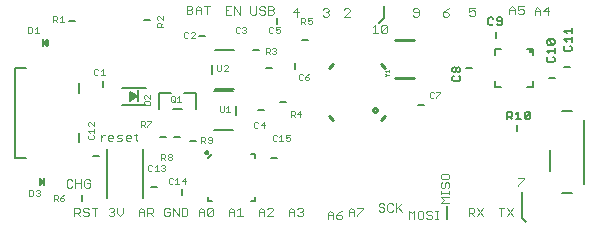
<source format=gbr>
G04 EAGLE Gerber RS-274X export*
G75*
%MOMM*%
%FSLAX34Y34*%
%LPD*%
%INSilkscreen Top*%
%IPPOS*%
%AMOC8*
5,1,8,0,0,1.08239X$1,22.5*%
G01*
%ADD10C,0.101600*%
%ADD11C,0.203200*%
%ADD12R,0.200000X1.000000*%
%ADD13R,0.127000X0.762000*%
%ADD14C,0.127000*%
%ADD15C,0.254000*%
%ADD16C,0.152400*%
%ADD17C,0.150000*%
%ADD18R,0.400000X0.400000*%
%ADD19C,0.220000*%
%ADD20C,0.025400*%

G36*
X95200Y125263D02*
X95200Y125263D01*
X95271Y125261D01*
X95341Y125280D01*
X95412Y125288D01*
X95467Y125313D01*
X95546Y125333D01*
X95649Y125394D01*
X95718Y125425D01*
X98718Y127425D01*
X98805Y127502D01*
X98895Y127575D01*
X98910Y127597D01*
X98930Y127615D01*
X98992Y127712D01*
X99059Y127807D01*
X99067Y127833D01*
X99082Y127855D01*
X99114Y127966D01*
X99152Y128076D01*
X99153Y128103D01*
X99160Y128128D01*
X99160Y128244D01*
X99166Y128360D01*
X99160Y128386D01*
X99160Y128413D01*
X99128Y128524D01*
X99102Y128637D01*
X99089Y128660D01*
X99081Y128686D01*
X99019Y128784D01*
X98963Y128885D01*
X98945Y128901D01*
X98930Y128926D01*
X98722Y129111D01*
X98718Y129115D01*
X95718Y131115D01*
X95654Y131146D01*
X95594Y131186D01*
X95526Y131207D01*
X95462Y131238D01*
X95391Y131250D01*
X95323Y131271D01*
X95252Y131273D01*
X95182Y131285D01*
X95110Y131277D01*
X95039Y131279D01*
X94970Y131261D01*
X94899Y131252D01*
X94833Y131225D01*
X94764Y131207D01*
X94703Y131170D01*
X94637Y131143D01*
X94581Y131098D01*
X94519Y131062D01*
X94470Y131010D01*
X94415Y130965D01*
X94374Y130907D01*
X94325Y130854D01*
X94292Y130791D01*
X94251Y130733D01*
X94228Y130665D01*
X94195Y130601D01*
X94185Y130542D01*
X94158Y130464D01*
X94152Y130345D01*
X94140Y130270D01*
X94140Y126270D01*
X94150Y126199D01*
X94150Y126127D01*
X94170Y126059D01*
X94180Y125989D01*
X94209Y125923D01*
X94229Y125854D01*
X94267Y125794D01*
X94296Y125729D01*
X94342Y125674D01*
X94380Y125614D01*
X94434Y125566D01*
X94480Y125512D01*
X94539Y125472D01*
X94593Y125425D01*
X94657Y125394D01*
X94716Y125355D01*
X94785Y125333D01*
X94849Y125302D01*
X94919Y125290D01*
X94987Y125269D01*
X95059Y125267D01*
X95130Y125255D01*
X95200Y125263D01*
G37*
G36*
X24013Y170058D02*
X24013Y170058D01*
X24042Y170055D01*
X24134Y170075D01*
X24227Y170088D01*
X24254Y170101D01*
X24283Y170107D01*
X24363Y170155D01*
X24447Y170197D01*
X24468Y170218D01*
X24494Y170233D01*
X24555Y170305D01*
X24621Y170371D01*
X24634Y170397D01*
X24654Y170420D01*
X24689Y170507D01*
X24731Y170591D01*
X24735Y170621D01*
X24746Y170648D01*
X24764Y170815D01*
X24764Y175895D01*
X24759Y175924D01*
X24762Y175954D01*
X24740Y176045D01*
X24725Y176138D01*
X24711Y176164D01*
X24704Y176193D01*
X24653Y176272D01*
X24609Y176355D01*
X24588Y176376D01*
X24572Y176401D01*
X24499Y176460D01*
X24431Y176525D01*
X24404Y176537D01*
X24381Y176556D01*
X24293Y176589D01*
X24208Y176628D01*
X24178Y176631D01*
X24151Y176642D01*
X24057Y176645D01*
X23964Y176655D01*
X23934Y176649D01*
X23905Y176650D01*
X23815Y176623D01*
X23723Y176603D01*
X23698Y176588D01*
X23669Y176579D01*
X23527Y176489D01*
X20352Y173949D01*
X20283Y173872D01*
X20210Y173799D01*
X20201Y173782D01*
X20188Y173767D01*
X20146Y173671D01*
X20100Y173579D01*
X20098Y173559D01*
X20090Y173541D01*
X20081Y173438D01*
X20067Y173335D01*
X20071Y173316D01*
X20069Y173296D01*
X20094Y173195D01*
X20113Y173093D01*
X20123Y173076D01*
X20127Y173057D01*
X20183Y172970D01*
X20234Y172879D01*
X20251Y172862D01*
X20259Y172849D01*
X20284Y172829D01*
X20352Y172761D01*
X23527Y170221D01*
X23553Y170206D01*
X23575Y170186D01*
X23660Y170146D01*
X23742Y170100D01*
X23771Y170094D01*
X23798Y170082D01*
X23891Y170072D01*
X23983Y170054D01*
X24013Y170058D01*
G37*
G36*
X17341Y52586D02*
X17341Y52586D01*
X17370Y52585D01*
X17460Y52612D01*
X17552Y52632D01*
X17577Y52647D01*
X17606Y52656D01*
X17748Y52746D01*
X20923Y55286D01*
X20992Y55363D01*
X21065Y55436D01*
X21074Y55454D01*
X21087Y55468D01*
X21129Y55564D01*
X21175Y55656D01*
X21177Y55676D01*
X21185Y55694D01*
X21194Y55797D01*
X21208Y55900D01*
X21204Y55919D01*
X21206Y55939D01*
X21181Y56040D01*
X21162Y56142D01*
X21152Y56159D01*
X21148Y56178D01*
X21092Y56266D01*
X21041Y56356D01*
X21024Y56373D01*
X21016Y56386D01*
X20991Y56406D01*
X20923Y56474D01*
X17748Y59014D01*
X17722Y59029D01*
X17700Y59050D01*
X17615Y59089D01*
X17533Y59135D01*
X17504Y59141D01*
X17477Y59153D01*
X17384Y59163D01*
X17292Y59181D01*
X17262Y59177D01*
X17233Y59180D01*
X17141Y59160D01*
X17048Y59148D01*
X17021Y59134D01*
X16992Y59128D01*
X16912Y59080D01*
X16828Y59038D01*
X16807Y59017D01*
X16781Y59002D01*
X16720Y58930D01*
X16654Y58864D01*
X16641Y58838D01*
X16621Y58815D01*
X16586Y58728D01*
X16544Y58644D01*
X16540Y58614D01*
X16529Y58587D01*
X16511Y58420D01*
X16511Y53340D01*
X16516Y53311D01*
X16513Y53281D01*
X16535Y53190D01*
X16551Y53097D01*
X16564Y53071D01*
X16571Y53042D01*
X16622Y52963D01*
X16666Y52880D01*
X16687Y52859D01*
X16703Y52834D01*
X16776Y52775D01*
X16844Y52711D01*
X16871Y52698D01*
X16894Y52679D01*
X16982Y52646D01*
X17067Y52607D01*
X17097Y52604D01*
X17124Y52593D01*
X17218Y52590D01*
X17311Y52580D01*
X17341Y52586D01*
G37*
D10*
X195737Y204622D02*
X195737Y198690D01*
X196923Y197504D01*
X199296Y197504D01*
X200482Y198690D01*
X200482Y204622D01*
X206780Y204622D02*
X207966Y203436D01*
X206780Y204622D02*
X204407Y204622D01*
X203221Y203436D01*
X203221Y202249D01*
X204407Y201063D01*
X206780Y201063D01*
X207966Y199877D01*
X207966Y198690D01*
X206780Y197504D01*
X204407Y197504D01*
X203221Y198690D01*
X210705Y197504D02*
X210705Y204622D01*
X214264Y204622D01*
X215450Y203436D01*
X215450Y202249D01*
X214264Y201063D01*
X215450Y199877D01*
X215450Y198690D01*
X214264Y197504D01*
X210705Y197504D01*
X210705Y201063D02*
X214264Y201063D01*
X46432Y34042D02*
X46432Y26924D01*
X46432Y34042D02*
X49991Y34042D01*
X51177Y32856D01*
X51177Y30483D01*
X49991Y29297D01*
X46432Y29297D01*
X48804Y29297D02*
X51177Y26924D01*
X57475Y34042D02*
X58661Y32856D01*
X57475Y34042D02*
X55102Y34042D01*
X53916Y32856D01*
X53916Y31669D01*
X55102Y30483D01*
X57475Y30483D01*
X58661Y29297D01*
X58661Y28110D01*
X57475Y26924D01*
X55102Y26924D01*
X53916Y28110D01*
X63773Y26924D02*
X63773Y34042D01*
X66145Y34042D02*
X61400Y34042D01*
X100974Y31669D02*
X100974Y26924D01*
X100974Y31669D02*
X103347Y34042D01*
X105719Y31669D01*
X105719Y26924D01*
X105719Y30483D02*
X100974Y30483D01*
X108458Y26924D02*
X108458Y34042D01*
X112017Y34042D01*
X113203Y32856D01*
X113203Y30483D01*
X112017Y29297D01*
X108458Y29297D01*
X110831Y29297D02*
X113203Y26924D01*
X76760Y34042D02*
X75574Y32856D01*
X76760Y34042D02*
X79133Y34042D01*
X80319Y32856D01*
X80319Y31669D01*
X79133Y30483D01*
X77947Y30483D01*
X79133Y30483D02*
X80319Y29297D01*
X80319Y28110D01*
X79133Y26924D01*
X76760Y26924D01*
X75574Y28110D01*
X83058Y29297D02*
X83058Y34042D01*
X83058Y29297D02*
X85431Y26924D01*
X87803Y29297D01*
X87803Y34042D01*
X177174Y31669D02*
X177174Y26924D01*
X177174Y31669D02*
X179547Y34042D01*
X181919Y31669D01*
X181919Y26924D01*
X181919Y30483D02*
X177174Y30483D01*
X184658Y31669D02*
X187031Y34042D01*
X187031Y26924D01*
X189403Y26924D02*
X184658Y26924D01*
X151774Y26924D02*
X151774Y31669D01*
X154147Y34042D01*
X156519Y31669D01*
X156519Y26924D01*
X156519Y30483D02*
X151774Y30483D01*
X159258Y28110D02*
X159258Y32856D01*
X160444Y34042D01*
X162817Y34042D01*
X164003Y32856D01*
X164003Y28110D01*
X162817Y26924D01*
X160444Y26924D01*
X159258Y28110D01*
X164003Y32856D01*
X307801Y37852D02*
X308987Y36666D01*
X307801Y37852D02*
X305428Y37852D01*
X304242Y36666D01*
X304242Y35479D01*
X305428Y34293D01*
X307801Y34293D01*
X308987Y33107D01*
X308987Y31920D01*
X307801Y30734D01*
X305428Y30734D01*
X304242Y31920D01*
X315285Y37852D02*
X316471Y36666D01*
X315285Y37852D02*
X312912Y37852D01*
X311726Y36666D01*
X311726Y31920D01*
X312912Y30734D01*
X315285Y30734D01*
X316471Y31920D01*
X319210Y30734D02*
X319210Y37852D01*
X319210Y33107D02*
X323955Y37852D01*
X320396Y34293D02*
X323955Y30734D01*
X329687Y31502D02*
X329687Y24384D01*
X332060Y29129D02*
X329687Y31502D01*
X332060Y29129D02*
X334432Y31502D01*
X334432Y24384D01*
X338358Y31502D02*
X340730Y31502D01*
X338358Y31502D02*
X337171Y30316D01*
X337171Y25570D01*
X338358Y24384D01*
X340730Y24384D01*
X341917Y25570D01*
X341917Y30316D01*
X340730Y31502D01*
X348214Y31502D02*
X349401Y30316D01*
X348214Y31502D02*
X345842Y31502D01*
X344655Y30316D01*
X344655Y29129D01*
X345842Y27943D01*
X348214Y27943D01*
X349401Y26757D01*
X349401Y25570D01*
X348214Y24384D01*
X345842Y24384D01*
X344655Y25570D01*
X352140Y24384D02*
X354512Y24384D01*
X353326Y24384D02*
X353326Y31502D01*
X352140Y31502D02*
X354512Y31502D01*
X141772Y197904D02*
X141772Y205022D01*
X145331Y205022D01*
X146517Y203836D01*
X146517Y202649D01*
X145331Y201463D01*
X146517Y200277D01*
X146517Y199090D01*
X145331Y197904D01*
X141772Y197904D01*
X141772Y201463D02*
X145331Y201463D01*
X149256Y202649D02*
X149256Y197904D01*
X149256Y202649D02*
X151629Y205022D01*
X154001Y202649D01*
X154001Y197904D01*
X154001Y201463D02*
X149256Y201463D01*
X159113Y197904D02*
X159113Y205022D01*
X161485Y205022D02*
X156740Y205022D01*
X126191Y34042D02*
X127377Y32856D01*
X126191Y34042D02*
X123818Y34042D01*
X122632Y32856D01*
X122632Y28110D01*
X123818Y26924D01*
X126191Y26924D01*
X127377Y28110D01*
X127377Y30483D01*
X125004Y30483D01*
X130116Y26924D02*
X130116Y34042D01*
X134861Y26924D01*
X134861Y34042D01*
X137600Y34042D02*
X137600Y26924D01*
X141159Y26924D01*
X142345Y28110D01*
X142345Y32856D01*
X141159Y34042D01*
X137600Y34042D01*
X68759Y90678D02*
X68759Y95423D01*
X68759Y93051D02*
X71131Y95423D01*
X72318Y95423D01*
X76182Y90678D02*
X78554Y90678D01*
X76182Y90678D02*
X74995Y91864D01*
X74995Y94237D01*
X76182Y95423D01*
X78554Y95423D01*
X79741Y94237D01*
X79741Y93051D01*
X74995Y93051D01*
X82480Y90678D02*
X86039Y90678D01*
X87225Y91864D01*
X86039Y93051D01*
X83666Y93051D01*
X82480Y94237D01*
X83666Y95423D01*
X87225Y95423D01*
X91150Y90678D02*
X93523Y90678D01*
X91150Y90678D02*
X89964Y91864D01*
X89964Y94237D01*
X91150Y95423D01*
X93523Y95423D01*
X94709Y94237D01*
X94709Y93051D01*
X89964Y93051D01*
X98634Y91864D02*
X98634Y96610D01*
X98634Y91864D02*
X99821Y90678D01*
X99821Y95423D02*
X97448Y95423D01*
X44827Y56986D02*
X43641Y58172D01*
X41268Y58172D01*
X40082Y56986D01*
X40082Y52240D01*
X41268Y51054D01*
X43641Y51054D01*
X44827Y52240D01*
X47566Y51054D02*
X47566Y58172D01*
X47566Y54613D02*
X52311Y54613D01*
X52311Y58172D02*
X52311Y51054D01*
X58609Y58172D02*
X59795Y56986D01*
X58609Y58172D02*
X56236Y58172D01*
X55050Y56986D01*
X55050Y52240D01*
X56236Y51054D01*
X58609Y51054D01*
X59795Y52240D01*
X59795Y54613D01*
X57423Y54613D01*
X202574Y31669D02*
X202574Y26924D01*
X202574Y31669D02*
X204947Y34042D01*
X207319Y31669D01*
X207319Y26924D01*
X207319Y30483D02*
X202574Y30483D01*
X210058Y26924D02*
X214803Y26924D01*
X210058Y26924D02*
X214803Y31669D01*
X214803Y32856D01*
X213617Y34042D01*
X211244Y34042D01*
X210058Y32856D01*
X227974Y31669D02*
X227974Y26924D01*
X227974Y31669D02*
X230347Y34042D01*
X232719Y31669D01*
X232719Y26924D01*
X232719Y30483D02*
X227974Y30483D01*
X235458Y32856D02*
X236644Y34042D01*
X239017Y34042D01*
X240203Y32856D01*
X240203Y31669D01*
X239017Y30483D01*
X237831Y30483D01*
X239017Y30483D02*
X240203Y29297D01*
X240203Y28110D01*
X239017Y26924D01*
X236644Y26924D01*
X235458Y28110D01*
X260994Y29129D02*
X260994Y24384D01*
X260994Y29129D02*
X263367Y31502D01*
X265739Y29129D01*
X265739Y24384D01*
X265739Y27943D02*
X260994Y27943D01*
X270851Y30316D02*
X273223Y31502D01*
X270851Y30316D02*
X268478Y27943D01*
X268478Y25570D01*
X269664Y24384D01*
X272037Y24384D01*
X273223Y25570D01*
X273223Y26757D01*
X272037Y27943D01*
X268478Y27943D01*
X278774Y26924D02*
X278774Y31669D01*
X281147Y34042D01*
X283519Y31669D01*
X283519Y26924D01*
X283519Y30483D02*
X278774Y30483D01*
X286258Y34042D02*
X291003Y34042D01*
X291003Y32856D01*
X286258Y28110D01*
X286258Y26924D01*
X356864Y38095D02*
X363982Y38095D01*
X359237Y40468D02*
X356864Y38095D01*
X359237Y40468D02*
X356864Y42840D01*
X363982Y42840D01*
X363982Y45579D02*
X363982Y47952D01*
X363982Y46766D02*
X356864Y46766D01*
X356864Y47952D02*
X356864Y45579D01*
X356864Y54128D02*
X358050Y55314D01*
X356864Y54128D02*
X356864Y51755D01*
X358050Y50569D01*
X359237Y50569D01*
X360423Y51755D01*
X360423Y54128D01*
X361609Y55314D01*
X362796Y55314D01*
X363982Y54128D01*
X363982Y51755D01*
X362796Y50569D01*
X356864Y59239D02*
X356864Y61612D01*
X356864Y59239D02*
X358050Y58053D01*
X362796Y58053D01*
X363982Y59239D01*
X363982Y61612D01*
X362796Y62798D01*
X358050Y62798D01*
X356864Y61612D01*
X380374Y34042D02*
X380374Y26924D01*
X380374Y34042D02*
X383933Y34042D01*
X385119Y32856D01*
X385119Y30483D01*
X383933Y29297D01*
X380374Y29297D01*
X382747Y29297D02*
X385119Y26924D01*
X392603Y26924D02*
X387858Y34042D01*
X392603Y34042D02*
X387858Y26924D01*
X408147Y26924D02*
X408147Y34042D01*
X410519Y34042D02*
X405774Y34042D01*
X413258Y34042D02*
X418003Y26924D01*
X413258Y26924D02*
X418003Y34042D01*
X361089Y201766D02*
X363461Y202952D01*
X361089Y201766D02*
X358716Y199393D01*
X358716Y197020D01*
X359902Y195834D01*
X362275Y195834D01*
X363461Y197020D01*
X363461Y198207D01*
X362275Y199393D01*
X358716Y199393D01*
X334502Y195834D02*
X333316Y197020D01*
X334502Y195834D02*
X336875Y195834D01*
X338061Y197020D01*
X338061Y201766D01*
X336875Y202952D01*
X334502Y202952D01*
X333316Y201766D01*
X333316Y200579D01*
X334502Y199393D01*
X338061Y199393D01*
X301467Y188982D02*
X299094Y186609D01*
X301467Y188982D02*
X301467Y181864D01*
X303839Y181864D02*
X299094Y181864D01*
X306578Y183050D02*
X306578Y187796D01*
X307764Y188982D01*
X310137Y188982D01*
X311323Y187796D01*
X311323Y183050D01*
X310137Y181864D01*
X307764Y181864D01*
X306578Y183050D01*
X311323Y187796D01*
X279641Y195834D02*
X274896Y195834D01*
X279641Y200579D01*
X279641Y201766D01*
X278455Y202952D01*
X276082Y202952D01*
X274896Y201766D01*
X258302Y202952D02*
X257116Y201766D01*
X258302Y202952D02*
X260675Y202952D01*
X261861Y201766D01*
X261861Y200579D01*
X260675Y199393D01*
X259489Y199393D01*
X260675Y199393D02*
X261861Y198207D01*
X261861Y197020D01*
X260675Y195834D01*
X258302Y195834D01*
X257116Y197020D01*
X235275Y195834D02*
X235275Y202952D01*
X231716Y199393D01*
X236461Y199393D01*
X422216Y59442D02*
X426961Y59442D01*
X426961Y58256D01*
X422216Y53510D01*
X422216Y52324D01*
D11*
X425450Y46990D02*
X425450Y25400D01*
X429260Y21590D01*
X304800Y190500D02*
X308610Y194310D01*
X308610Y204470D01*
D10*
X179359Y204622D02*
X174614Y204622D01*
X174614Y197504D01*
X179359Y197504D01*
X176987Y201063D02*
X174614Y201063D01*
X182098Y197504D02*
X182098Y204622D01*
X186843Y197504D01*
X186843Y204622D01*
D11*
X361950Y35052D02*
X361950Y24638D01*
D10*
X381016Y203452D02*
X385761Y203452D01*
X381016Y203452D02*
X381016Y199893D01*
X383389Y201079D01*
X384575Y201079D01*
X385761Y199893D01*
X385761Y197520D01*
X384575Y196334D01*
X382202Y196334D01*
X381016Y197520D01*
X414674Y197634D02*
X414674Y202379D01*
X417047Y204752D01*
X419419Y202379D01*
X419419Y197634D01*
X419419Y201193D02*
X414674Y201193D01*
X422158Y204752D02*
X426903Y204752D01*
X422158Y204752D02*
X422158Y201193D01*
X424531Y202379D01*
X425717Y202379D01*
X426903Y201193D01*
X426903Y198820D01*
X425717Y197634D01*
X423344Y197634D01*
X422158Y198820D01*
X436274Y196834D02*
X436274Y201579D01*
X438647Y203952D01*
X441019Y201579D01*
X441019Y196834D01*
X441019Y200393D02*
X436274Y200393D01*
X447317Y196834D02*
X447317Y203952D01*
X443758Y200393D01*
X448503Y200393D01*
D11*
X202800Y167690D02*
X197720Y167690D01*
D10*
X186678Y185947D02*
X185831Y186794D01*
X184136Y186794D01*
X183289Y185947D01*
X183289Y182557D01*
X184136Y181710D01*
X185831Y181710D01*
X186678Y182557D01*
X188902Y185947D02*
X189749Y186794D01*
X191444Y186794D01*
X192291Y185947D01*
X192291Y185100D01*
X191444Y184252D01*
X190597Y184252D01*
X191444Y184252D02*
X192291Y183405D01*
X192291Y182557D01*
X191444Y181710D01*
X189749Y181710D01*
X188902Y182557D01*
D11*
X181990Y134630D02*
X165990Y134630D01*
X165990Y167630D02*
X181990Y167630D01*
X163490Y155130D02*
X163490Y147130D01*
D10*
X167622Y150199D02*
X167622Y154436D01*
X167622Y150199D02*
X168469Y149352D01*
X170164Y149352D01*
X171011Y150199D01*
X171011Y154436D01*
X173235Y149352D02*
X176624Y149352D01*
X173235Y149352D02*
X176624Y152742D01*
X176624Y153589D01*
X175777Y154436D01*
X174082Y154436D01*
X173235Y153589D01*
D11*
X107155Y121270D02*
X87155Y121270D01*
X87155Y135270D02*
X107155Y135270D01*
X99655Y128270D02*
X93655Y124270D01*
X93655Y132270D01*
X99655Y128270D01*
D12*
X100655Y128270D03*
D10*
X105914Y120727D02*
X110998Y120727D01*
X110998Y123269D01*
X110151Y124116D01*
X106761Y124116D01*
X105914Y123269D01*
X105914Y120727D01*
X110998Y126340D02*
X110998Y129729D01*
X110998Y126340D02*
X107608Y129729D01*
X106761Y129729D01*
X105914Y128882D01*
X105914Y127187D01*
X106761Y126340D01*
D11*
X164720Y132705D02*
X180720Y132705D01*
X180720Y99705D02*
X164720Y99705D01*
X183220Y112205D02*
X183220Y120205D01*
D10*
X169513Y119892D02*
X169513Y115655D01*
X170360Y114808D01*
X172055Y114808D01*
X172903Y115655D01*
X172903Y119892D01*
X175126Y118198D02*
X176821Y119892D01*
X176821Y114808D01*
X175126Y114808D02*
X178516Y114808D01*
D13*
X21082Y55880D03*
D10*
X8128Y48772D02*
X8128Y43688D01*
X10670Y43688D01*
X11518Y44535D01*
X11518Y47925D01*
X10670Y48772D01*
X8128Y48772D01*
X13741Y47925D02*
X14588Y48772D01*
X16283Y48772D01*
X17131Y47925D01*
X17131Y47078D01*
X16283Y46230D01*
X15436Y46230D01*
X16283Y46230D02*
X17131Y45383D01*
X17131Y44535D01*
X16283Y43688D01*
X14588Y43688D01*
X13741Y44535D01*
D11*
X53340Y44450D02*
X53340Y39370D01*
D10*
X28948Y39718D02*
X28948Y44802D01*
X31490Y44802D01*
X32338Y43955D01*
X32338Y42260D01*
X31490Y41413D01*
X28948Y41413D01*
X30643Y41413D02*
X32338Y39718D01*
X36256Y43955D02*
X37951Y44802D01*
X36256Y43955D02*
X34561Y42260D01*
X34561Y40565D01*
X35408Y39718D01*
X37103Y39718D01*
X37951Y40565D01*
X37951Y41413D01*
X37103Y42260D01*
X34561Y42260D01*
D11*
X152400Y179070D02*
X157480Y179070D01*
D10*
X143090Y182291D02*
X142242Y183138D01*
X140547Y183138D01*
X139700Y182291D01*
X139700Y178901D01*
X140547Y178054D01*
X142242Y178054D01*
X143090Y178901D01*
X145313Y178054D02*
X148703Y178054D01*
X145313Y178054D02*
X148703Y181444D01*
X148703Y182291D01*
X147855Y183138D01*
X146160Y183138D01*
X145313Y182291D01*
D11*
X104789Y83865D02*
X104789Y41865D01*
X74281Y41865D02*
X74281Y83865D01*
D13*
X20193Y173355D03*
D10*
X7697Y181737D02*
X7697Y186821D01*
X7697Y181737D02*
X10239Y181737D01*
X11086Y182584D01*
X11086Y185974D01*
X10239Y186821D01*
X7697Y186821D01*
X13310Y185127D02*
X15005Y186821D01*
X15005Y181737D01*
X16699Y181737D02*
X13310Y181737D01*
D11*
X41910Y191770D02*
X46990Y191770D01*
D10*
X28448Y191008D02*
X28448Y196092D01*
X30990Y196092D01*
X31838Y195245D01*
X31838Y193550D01*
X30990Y192703D01*
X28448Y192703D01*
X30143Y192703D02*
X31838Y191008D01*
X34061Y194398D02*
X35756Y196092D01*
X35756Y191008D01*
X34061Y191008D02*
X37451Y191008D01*
D11*
X157607Y80518D02*
X157609Y80589D01*
X157615Y80660D01*
X157625Y80731D01*
X157639Y80801D01*
X157657Y80870D01*
X157678Y80937D01*
X157704Y81004D01*
X157733Y81069D01*
X157765Y81132D01*
X157802Y81194D01*
X157841Y81253D01*
X157884Y81310D01*
X157930Y81364D01*
X157979Y81416D01*
X158031Y81465D01*
X158085Y81511D01*
X158142Y81554D01*
X158201Y81593D01*
X158263Y81630D01*
X158326Y81662D01*
X158391Y81691D01*
X158458Y81717D01*
X158525Y81738D01*
X158594Y81756D01*
X158664Y81770D01*
X158735Y81780D01*
X158806Y81786D01*
X158877Y81788D01*
X158948Y81786D01*
X159019Y81780D01*
X159090Y81770D01*
X159160Y81756D01*
X159229Y81738D01*
X159296Y81717D01*
X159363Y81691D01*
X159428Y81662D01*
X159491Y81630D01*
X159553Y81593D01*
X159612Y81554D01*
X159669Y81511D01*
X159723Y81465D01*
X159775Y81416D01*
X159824Y81364D01*
X159870Y81310D01*
X159913Y81253D01*
X159952Y81194D01*
X159989Y81132D01*
X160021Y81069D01*
X160050Y81004D01*
X160076Y80937D01*
X160097Y80870D01*
X160115Y80801D01*
X160129Y80731D01*
X160139Y80660D01*
X160145Y80589D01*
X160147Y80518D01*
X160145Y80447D01*
X160139Y80376D01*
X160129Y80305D01*
X160115Y80235D01*
X160097Y80166D01*
X160076Y80099D01*
X160050Y80032D01*
X160021Y79967D01*
X159989Y79904D01*
X159952Y79842D01*
X159913Y79783D01*
X159870Y79726D01*
X159824Y79672D01*
X159775Y79620D01*
X159723Y79571D01*
X159669Y79525D01*
X159612Y79482D01*
X159553Y79443D01*
X159491Y79406D01*
X159428Y79374D01*
X159363Y79345D01*
X159296Y79319D01*
X159229Y79298D01*
X159160Y79280D01*
X159090Y79266D01*
X159019Y79256D01*
X158948Y79250D01*
X158877Y79248D01*
X158806Y79250D01*
X158735Y79256D01*
X158664Y79266D01*
X158594Y79280D01*
X158525Y79298D01*
X158458Y79319D01*
X158391Y79345D01*
X158326Y79374D01*
X158263Y79406D01*
X158201Y79443D01*
X158142Y79482D01*
X158085Y79525D01*
X158031Y79571D01*
X157979Y79620D01*
X157930Y79672D01*
X157884Y79726D01*
X157841Y79783D01*
X157802Y79842D01*
X157765Y79904D01*
X157733Y79967D01*
X157704Y80032D01*
X157678Y80099D01*
X157657Y80166D01*
X157639Y80235D01*
X157625Y80305D01*
X157615Y80376D01*
X157609Y80447D01*
X157607Y80518D01*
X196205Y39690D02*
X199705Y39690D01*
X199705Y43190D01*
X163205Y39690D02*
X159705Y39690D01*
X159705Y43190D01*
X199705Y76190D02*
X199705Y79690D01*
X196205Y79690D01*
X163205Y79690D02*
X159705Y76190D01*
D14*
X50370Y131300D02*
X50370Y139300D01*
X50370Y97300D02*
X50370Y89300D01*
X5370Y152300D02*
X-3630Y152300D01*
X-3630Y76300D01*
X5370Y76300D01*
D11*
X217805Y189865D02*
X217805Y194945D01*
D10*
X214201Y186567D02*
X215048Y185720D01*
X214201Y186567D02*
X212506Y186567D01*
X211659Y185720D01*
X211659Y182330D01*
X212506Y181483D01*
X214201Y181483D01*
X215048Y182330D01*
X217272Y186567D02*
X220661Y186567D01*
X217272Y186567D02*
X217272Y184025D01*
X218967Y184873D01*
X219814Y184873D01*
X220661Y184025D01*
X220661Y182330D01*
X219814Y181483D01*
X218119Y181483D01*
X217272Y182330D01*
D11*
X67310Y77343D02*
X62230Y77343D01*
D10*
X57908Y94363D02*
X58755Y95211D01*
X57908Y94363D02*
X57908Y92668D01*
X58755Y91821D01*
X62145Y91821D01*
X62992Y92668D01*
X62992Y94363D01*
X62145Y95211D01*
X59602Y97434D02*
X57908Y99129D01*
X62992Y99129D01*
X62992Y97434D02*
X62992Y100824D01*
X62992Y103047D02*
X62992Y106437D01*
X62992Y103047D02*
X59602Y106437D01*
X58755Y106437D01*
X57908Y105589D01*
X57908Y103895D01*
X58755Y103047D01*
D11*
X118261Y117936D02*
X118261Y131064D01*
X128349Y131064D01*
X149709Y131064D02*
X149709Y117936D01*
X149709Y131064D02*
X139621Y131064D01*
X137709Y117856D02*
X130121Y117856D01*
D10*
X128143Y124545D02*
X128143Y127935D01*
X128990Y128782D01*
X130685Y128782D01*
X131533Y127935D01*
X131533Y124545D01*
X130685Y123698D01*
X128990Y123698D01*
X128143Y124545D01*
X129838Y125393D02*
X131533Y123698D01*
X133756Y127088D02*
X135451Y128782D01*
X135451Y123698D01*
X133756Y123698D02*
X137146Y123698D01*
D11*
X208915Y152400D02*
X213995Y152400D01*
D10*
X208534Y163957D02*
X208534Y169041D01*
X211076Y169041D01*
X211924Y168194D01*
X211924Y166499D01*
X211076Y165652D01*
X208534Y165652D01*
X210229Y165652D02*
X211924Y163957D01*
X214147Y168194D02*
X214994Y169041D01*
X216689Y169041D01*
X217537Y168194D01*
X217537Y167347D01*
X216689Y166499D01*
X215842Y166499D01*
X216689Y166499D02*
X217537Y165652D01*
X217537Y164804D01*
X216689Y163957D01*
X214994Y163957D01*
X214147Y164804D01*
D11*
X116840Y51435D02*
X111760Y51435D01*
D10*
X112483Y69515D02*
X111635Y70362D01*
X109940Y70362D01*
X109093Y69515D01*
X109093Y66125D01*
X109940Y65278D01*
X111635Y65278D01*
X112483Y66125D01*
X114706Y68668D02*
X116401Y70362D01*
X116401Y65278D01*
X114706Y65278D02*
X118096Y65278D01*
X120319Y69515D02*
X121167Y70362D01*
X122861Y70362D01*
X123709Y69515D01*
X123709Y68668D01*
X122861Y67820D01*
X122014Y67820D01*
X122861Y67820D02*
X123709Y66973D01*
X123709Y66125D01*
X122861Y65278D01*
X121167Y65278D01*
X120319Y66125D01*
D11*
X201930Y116840D02*
X207010Y116840D01*
D10*
X201374Y106176D02*
X202221Y105329D01*
X201374Y106176D02*
X199679Y106176D01*
X198832Y105329D01*
X198832Y101939D01*
X199679Y101092D01*
X201374Y101092D01*
X202221Y101939D01*
X206987Y101092D02*
X206987Y106176D01*
X204445Y103634D01*
X207834Y103634D01*
D11*
X337185Y120650D02*
X342265Y120650D01*
D10*
X350811Y131364D02*
X349964Y132211D01*
X348269Y132211D01*
X347422Y131364D01*
X347422Y127974D01*
X348269Y127127D01*
X349964Y127127D01*
X350811Y127974D01*
X353035Y132211D02*
X356424Y132211D01*
X356424Y131364D01*
X353035Y127974D01*
X353035Y127127D01*
D11*
X233680Y151765D02*
X233680Y156845D01*
D10*
X239016Y147451D02*
X239864Y146604D01*
X239016Y147451D02*
X237321Y147451D01*
X236474Y146604D01*
X236474Y143214D01*
X237321Y142367D01*
X239016Y142367D01*
X239864Y143214D01*
X243782Y146604D02*
X245477Y147451D01*
X243782Y146604D02*
X242087Y144909D01*
X242087Y143214D01*
X242934Y142367D01*
X244629Y142367D01*
X245477Y143214D01*
X245477Y144062D01*
X244629Y144909D01*
X242087Y144909D01*
D11*
X244475Y175895D02*
X239395Y175895D01*
D10*
X238633Y189103D02*
X238633Y194187D01*
X241175Y194187D01*
X242023Y193340D01*
X242023Y191645D01*
X241175Y190798D01*
X238633Y190798D01*
X240328Y190798D02*
X242023Y189103D01*
X244246Y194187D02*
X247636Y194187D01*
X244246Y194187D02*
X244246Y191645D01*
X245941Y192493D01*
X246788Y192493D01*
X247636Y191645D01*
X247636Y189950D01*
X246788Y189103D01*
X245093Y189103D01*
X244246Y189950D01*
D15*
X299750Y116580D02*
X299752Y116657D01*
X299758Y116734D01*
X299768Y116811D01*
X299782Y116887D01*
X299799Y116962D01*
X299821Y117036D01*
X299846Y117109D01*
X299876Y117181D01*
X299908Y117251D01*
X299945Y117319D01*
X299984Y117385D01*
X300027Y117449D01*
X300074Y117511D01*
X300123Y117570D01*
X300176Y117627D01*
X300231Y117681D01*
X300289Y117732D01*
X300350Y117780D01*
X300413Y117825D01*
X300478Y117866D01*
X300545Y117904D01*
X300614Y117939D01*
X300685Y117969D01*
X300757Y117997D01*
X300831Y118020D01*
X300905Y118040D01*
X300981Y118056D01*
X301057Y118068D01*
X301134Y118076D01*
X301211Y118080D01*
X301289Y118080D01*
X301366Y118076D01*
X301443Y118068D01*
X301519Y118056D01*
X301595Y118040D01*
X301669Y118020D01*
X301743Y117997D01*
X301815Y117969D01*
X301886Y117939D01*
X301955Y117904D01*
X302022Y117866D01*
X302087Y117825D01*
X302150Y117780D01*
X302211Y117732D01*
X302269Y117681D01*
X302324Y117627D01*
X302377Y117570D01*
X302426Y117511D01*
X302473Y117449D01*
X302516Y117385D01*
X302555Y117319D01*
X302592Y117251D01*
X302624Y117181D01*
X302654Y117109D01*
X302679Y117036D01*
X302701Y116962D01*
X302718Y116887D01*
X302732Y116811D01*
X302742Y116734D01*
X302748Y116657D01*
X302750Y116580D01*
X302748Y116503D01*
X302742Y116426D01*
X302732Y116349D01*
X302718Y116273D01*
X302701Y116198D01*
X302679Y116124D01*
X302654Y116051D01*
X302624Y115979D01*
X302592Y115909D01*
X302555Y115841D01*
X302516Y115775D01*
X302473Y115711D01*
X302426Y115649D01*
X302377Y115590D01*
X302324Y115533D01*
X302269Y115479D01*
X302211Y115428D01*
X302150Y115380D01*
X302087Y115335D01*
X302022Y115294D01*
X301955Y115256D01*
X301886Y115221D01*
X301815Y115191D01*
X301743Y115163D01*
X301669Y115140D01*
X301595Y115120D01*
X301519Y115104D01*
X301443Y115092D01*
X301366Y115084D01*
X301289Y115080D01*
X301211Y115080D01*
X301134Y115084D01*
X301057Y115092D01*
X300981Y115104D01*
X300905Y115120D01*
X300831Y115140D01*
X300757Y115163D01*
X300685Y115191D01*
X300614Y115221D01*
X300545Y115256D01*
X300478Y115294D01*
X300413Y115335D01*
X300350Y115380D01*
X300289Y115428D01*
X300231Y115479D01*
X300176Y115533D01*
X300123Y115590D01*
X300074Y115649D01*
X300027Y115711D01*
X299984Y115775D01*
X299945Y115841D01*
X299908Y115909D01*
X299876Y115979D01*
X299846Y116051D01*
X299821Y116124D01*
X299799Y116198D01*
X299782Y116273D01*
X299768Y116349D01*
X299758Y116426D01*
X299752Y116503D01*
X299750Y116580D01*
X306250Y108580D02*
X309250Y111580D01*
X265250Y108580D02*
X262250Y111580D01*
X262250Y152580D02*
X265250Y155580D01*
X306250Y155580D02*
X309250Y152580D01*
D11*
X217805Y76200D02*
X212725Y76200D01*
D10*
X217948Y94534D02*
X217101Y95381D01*
X215406Y95381D01*
X214559Y94534D01*
X214559Y91144D01*
X215406Y90297D01*
X217101Y90297D01*
X217948Y91144D01*
X220172Y93687D02*
X221867Y95381D01*
X221867Y90297D01*
X223561Y90297D02*
X220172Y90297D01*
X225785Y95381D02*
X229174Y95381D01*
X225785Y95381D02*
X225785Y92839D01*
X227480Y93687D01*
X228327Y93687D01*
X229174Y92839D01*
X229174Y91144D01*
X228327Y90297D01*
X226632Y90297D01*
X225785Y91144D01*
D11*
X70485Y135890D02*
X70485Y140970D01*
D10*
X66763Y150795D02*
X65915Y151642D01*
X64220Y151642D01*
X63373Y150795D01*
X63373Y147405D01*
X64220Y146558D01*
X65915Y146558D01*
X66763Y147405D01*
X68986Y149948D02*
X70681Y151642D01*
X70681Y146558D01*
X68986Y146558D02*
X72376Y146558D01*
D11*
X220777Y123301D02*
X225857Y123301D01*
D10*
X229632Y115880D02*
X229632Y110795D01*
X229632Y115880D02*
X232174Y115880D01*
X233022Y115032D01*
X233022Y113337D01*
X232174Y112490D01*
X229632Y112490D01*
X231327Y112490D02*
X233022Y110795D01*
X237787Y110795D02*
X237787Y115880D01*
X235245Y113337D01*
X238635Y113337D01*
D11*
X137795Y49530D02*
X137795Y44450D01*
D10*
X129933Y58339D02*
X129086Y59186D01*
X127391Y59186D01*
X126544Y58339D01*
X126544Y54949D01*
X127391Y54102D01*
X129086Y54102D01*
X129933Y54949D01*
X132157Y57492D02*
X133852Y59186D01*
X133852Y54102D01*
X135546Y54102D02*
X132157Y54102D01*
X140312Y54102D02*
X140312Y59186D01*
X137770Y56644D01*
X141159Y56644D01*
D11*
X124460Y93980D02*
X119380Y93980D01*
D10*
X102820Y102425D02*
X102820Y107509D01*
X105362Y107509D01*
X106209Y106662D01*
X106209Y104967D01*
X105362Y104120D01*
X102820Y104120D01*
X104515Y104120D02*
X106209Y102425D01*
X108433Y107509D02*
X111822Y107509D01*
X111822Y106662D01*
X108433Y103272D01*
X108433Y102425D01*
D11*
X130810Y93980D02*
X135890Y93980D01*
D10*
X120092Y79823D02*
X120092Y74739D01*
X120092Y79823D02*
X122634Y79823D01*
X123481Y78976D01*
X123481Y77281D01*
X122634Y76434D01*
X120092Y76434D01*
X121787Y76434D02*
X123481Y74739D01*
X125705Y78976D02*
X126552Y79823D01*
X128247Y79823D01*
X129094Y78976D01*
X129094Y78129D01*
X128247Y77281D01*
X129094Y76434D01*
X129094Y75586D01*
X128247Y74739D01*
X126552Y74739D01*
X125705Y75586D01*
X125705Y76434D01*
X126552Y77281D01*
X125705Y78129D01*
X125705Y78976D01*
X126552Y77281D02*
X128247Y77281D01*
D11*
X144780Y90170D02*
X149860Y90170D01*
D10*
X154178Y89091D02*
X154178Y94175D01*
X156720Y94175D01*
X157568Y93328D01*
X157568Y91633D01*
X156720Y90786D01*
X154178Y90786D01*
X155873Y90786D02*
X157568Y89091D01*
X159791Y89938D02*
X160638Y89091D01*
X162333Y89091D01*
X163181Y89938D01*
X163181Y93328D01*
X162333Y94175D01*
X160638Y94175D01*
X159791Y93328D01*
X159791Y92481D01*
X160638Y91633D01*
X163181Y91633D01*
D11*
X459280Y116050D02*
X467820Y116050D01*
X467820Y46510D02*
X459280Y46510D01*
X477820Y54280D02*
X477820Y108280D01*
X449280Y82550D02*
X449280Y65010D01*
X110236Y193040D02*
X105156Y193040D01*
D10*
X116328Y187275D02*
X121412Y187275D01*
X116328Y187275D02*
X116328Y189817D01*
X117175Y190664D01*
X118870Y190664D01*
X119717Y189817D01*
X119717Y187275D01*
X119717Y188970D02*
X121412Y190664D01*
X121412Y192888D02*
X121412Y196277D01*
X121412Y192888D02*
X118022Y196277D01*
X117175Y196277D01*
X116328Y195430D01*
X116328Y193735D01*
X117175Y192888D01*
D11*
X421640Y104140D02*
X421640Y99060D01*
D16*
X412877Y108712D02*
X412877Y115322D01*
X416182Y115322D01*
X417283Y114220D01*
X417283Y112017D01*
X416182Y110915D01*
X412877Y110915D01*
X415080Y110915D02*
X417283Y108712D01*
X420361Y113118D02*
X422564Y115322D01*
X422564Y108712D01*
X420361Y108712D02*
X424768Y108712D01*
X427845Y109814D02*
X427845Y114220D01*
X428947Y115322D01*
X431150Y115322D01*
X432252Y114220D01*
X432252Y109814D01*
X431150Y108712D01*
X428947Y108712D01*
X427845Y109814D01*
X432252Y114220D01*
D17*
X403100Y163400D02*
X403100Y168400D01*
X408100Y168400D01*
X408100Y136400D02*
X403100Y136400D01*
X403100Y141400D01*
X435100Y141400D02*
X435100Y136400D01*
X430100Y136400D01*
X430100Y168400D02*
X435100Y168400D01*
X435100Y163400D01*
D18*
X433100Y166400D03*
D11*
X383540Y152400D02*
X378460Y152400D01*
D16*
X367745Y145394D02*
X366643Y144293D01*
X366643Y142089D01*
X367745Y140988D01*
X372151Y140988D01*
X373253Y142089D01*
X373253Y144293D01*
X372151Y145394D01*
X367745Y148472D02*
X366643Y149573D01*
X366643Y151777D01*
X367745Y152878D01*
X368847Y152878D01*
X369948Y151777D01*
X371050Y152878D01*
X372151Y152878D01*
X373253Y151777D01*
X373253Y149573D01*
X372151Y148472D01*
X371050Y148472D01*
X369948Y149573D01*
X368847Y148472D01*
X367745Y148472D01*
X369948Y149573D02*
X369948Y151777D01*
D11*
X403860Y177800D02*
X403860Y182880D01*
D16*
X401426Y194103D02*
X400325Y195205D01*
X398121Y195205D01*
X397020Y194103D01*
X397020Y189697D01*
X398121Y188595D01*
X400325Y188595D01*
X401426Y189697D01*
X404504Y189697D02*
X405605Y188595D01*
X407809Y188595D01*
X408910Y189697D01*
X408910Y194103D01*
X407809Y195205D01*
X405605Y195205D01*
X404504Y194103D01*
X404504Y193001D01*
X405605Y191900D01*
X408910Y191900D01*
D11*
X461518Y153162D02*
X466598Y153162D01*
D16*
X461131Y170082D02*
X462233Y171184D01*
X461131Y170082D02*
X461131Y167879D01*
X462233Y166778D01*
X466639Y166778D01*
X467741Y167879D01*
X467741Y170082D01*
X466639Y171184D01*
X463335Y174262D02*
X461131Y176465D01*
X467741Y176465D01*
X467741Y174262D02*
X467741Y178668D01*
X463335Y181746D02*
X461131Y183949D01*
X467741Y183949D01*
X467741Y181746D02*
X467741Y186152D01*
D11*
X453390Y143510D02*
X448310Y143510D01*
D16*
X446653Y160430D02*
X447755Y161532D01*
X446653Y160430D02*
X446653Y158227D01*
X447755Y157126D01*
X452161Y157126D01*
X453263Y158227D01*
X453263Y160430D01*
X452161Y161532D01*
X448857Y164610D02*
X446653Y166813D01*
X453263Y166813D01*
X453263Y164610D02*
X453263Y169016D01*
X452161Y172094D02*
X447755Y172094D01*
X446653Y173195D01*
X446653Y175399D01*
X447755Y176500D01*
X452161Y176500D01*
X453263Y175399D01*
X453263Y173195D01*
X452161Y172094D01*
X447755Y176500D01*
D19*
X334390Y143766D02*
X318390Y143766D01*
X318390Y175766D02*
X334390Y175766D01*
D20*
X310009Y145393D02*
X309458Y145393D01*
X310009Y145393D02*
X311111Y146495D01*
X310009Y147596D01*
X309458Y147596D01*
X311111Y146495D02*
X312763Y146495D01*
X310560Y148667D02*
X309458Y149769D01*
X312763Y149769D01*
X312763Y148667D02*
X312763Y150871D01*
M02*

</source>
